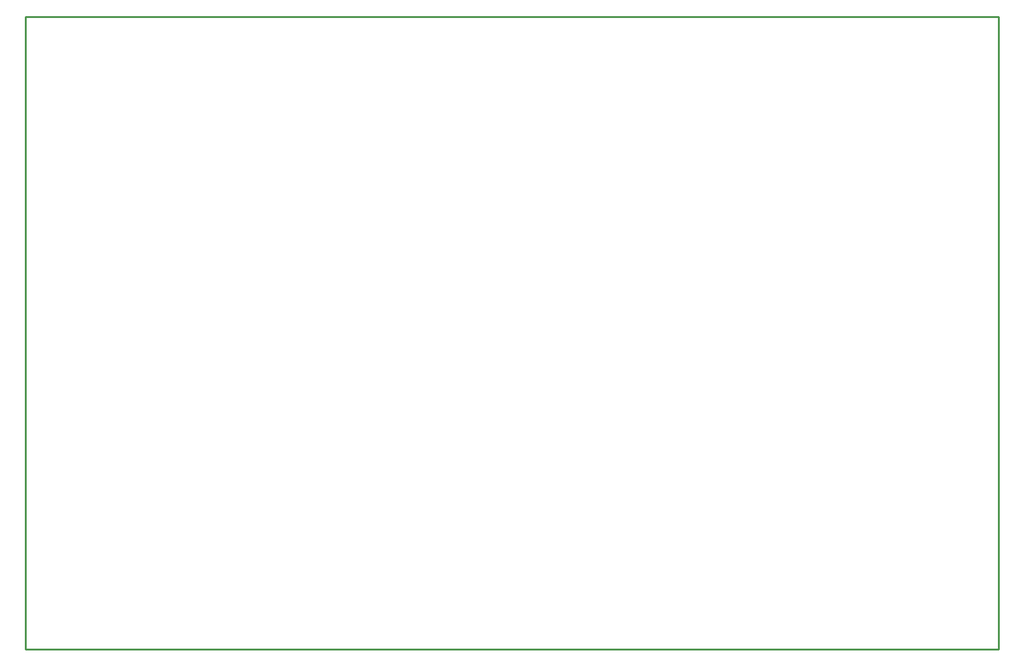
<source format=gko>
G04 Layer: BoardOutline*
G04 EasyEDA v6.3.22, 2020-02-14T20:54:40+02:00*
G04 d9edcea2a32c4a158ae1cdf756d7b1fd,ef223f4ed8bc40b1a8d29c19021d4d8a,10*
G04 Gerber Generator version 0.2*
G04 Scale: 100 percent, Rotated: No, Reflected: No *
G04 Dimensions in inches *
G04 leading zeros omitted , absolute positions ,2 integer and 4 decimal *
%FSLAX24Y24*%
%MOIN*%
G90*
G70D02*

%ADD10C,0.010000*%
G54D10*
G01X0Y34000D02*
G01X52250Y34000D01*
G01X52250Y0D01*
G01X0Y0D01*
G01X0Y34000D01*

%LPD*%
M00*
M02*

</source>
